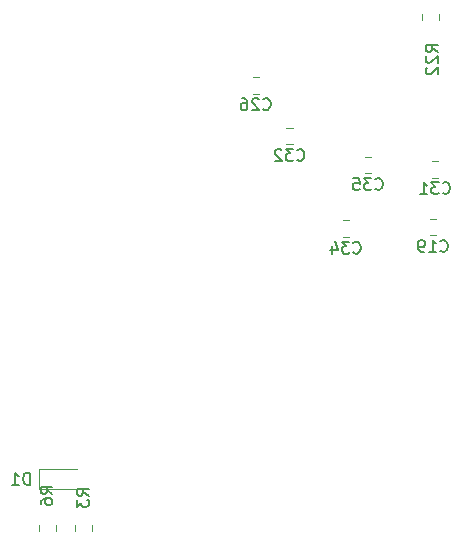
<source format=gbr>
%TF.GenerationSoftware,KiCad,Pcbnew,5.1.6-c6e7f7d~86~ubuntu16.04.1*%
%TF.CreationDate,2021-01-12T06:27:11+00:00*%
%TF.ProjectId,fx502p-minimal-sd,66783530-3270-42d6-9d69-6e696d616c2d,rev?*%
%TF.SameCoordinates,Original*%
%TF.FileFunction,Legend,Bot*%
%TF.FilePolarity,Positive*%
%FSLAX46Y46*%
G04 Gerber Fmt 4.6, Leading zero omitted, Abs format (unit mm)*
G04 Created by KiCad (PCBNEW 5.1.6-c6e7f7d~86~ubuntu16.04.1) date 2021-01-12 06:27:11*
%MOMM*%
%LPD*%
G01*
G04 APERTURE LIST*
%ADD10C,0.120000*%
%ADD11C,0.150000*%
G04 APERTURE END LIST*
D10*
%TO.C,R22*%
X57610000Y-52661252D02*
X57610000Y-52138748D01*
X56190000Y-52661252D02*
X56190000Y-52138748D01*
%TO.C,D1*%
X23800000Y-92350000D02*
X23800000Y-90650000D01*
X23800000Y-90650000D02*
X26950000Y-90650000D01*
X23800000Y-92350000D02*
X26950000Y-92350000D01*
%TO.C,R6*%
X23790000Y-95441422D02*
X23790000Y-95958578D01*
X25210000Y-95441422D02*
X25210000Y-95958578D01*
%TO.C,R3*%
X26790000Y-95441422D02*
X26790000Y-95958578D01*
X28210000Y-95441422D02*
X28210000Y-95958578D01*
%TO.C,C35*%
X51338748Y-65660000D02*
X51861252Y-65660000D01*
X51338748Y-64240000D02*
X51861252Y-64240000D01*
%TO.C,C34*%
X49463749Y-71045001D02*
X49986253Y-71045001D01*
X49463749Y-69625001D02*
X49986253Y-69625001D01*
%TO.C,C32*%
X44713749Y-63195001D02*
X45236253Y-63195001D01*
X44713749Y-61775001D02*
X45236253Y-61775001D01*
%TO.C,C31*%
X57038748Y-66010000D02*
X57561252Y-66010000D01*
X57038748Y-64590000D02*
X57561252Y-64590000D01*
%TO.C,C26*%
X41838748Y-58910000D02*
X42361252Y-58910000D01*
X41838748Y-57490000D02*
X42361252Y-57490000D01*
%TO.C,C19*%
X56838748Y-70910000D02*
X57361252Y-70910000D01*
X56838748Y-69490000D02*
X57361252Y-69490000D01*
%TO.C,R22*%
D11*
X57502380Y-55357142D02*
X57026190Y-55023809D01*
X57502380Y-54785714D02*
X56502380Y-54785714D01*
X56502380Y-55166666D01*
X56550000Y-55261904D01*
X56597619Y-55309523D01*
X56692857Y-55357142D01*
X56835714Y-55357142D01*
X56930952Y-55309523D01*
X56978571Y-55261904D01*
X57026190Y-55166666D01*
X57026190Y-54785714D01*
X56597619Y-55738095D02*
X56550000Y-55785714D01*
X56502380Y-55880952D01*
X56502380Y-56119047D01*
X56550000Y-56214285D01*
X56597619Y-56261904D01*
X56692857Y-56309523D01*
X56788095Y-56309523D01*
X56930952Y-56261904D01*
X57502380Y-55690476D01*
X57502380Y-56309523D01*
X56597619Y-56690476D02*
X56550000Y-56738095D01*
X56502380Y-56833333D01*
X56502380Y-57071428D01*
X56550000Y-57166666D01*
X56597619Y-57214285D01*
X56692857Y-57261904D01*
X56788095Y-57261904D01*
X56930952Y-57214285D01*
X57502380Y-56642857D01*
X57502380Y-57261904D01*
%TO.C,D1*%
X22988095Y-92002380D02*
X22988095Y-91002380D01*
X22750000Y-91002380D01*
X22607142Y-91050000D01*
X22511904Y-91145238D01*
X22464285Y-91240476D01*
X22416666Y-91430952D01*
X22416666Y-91573809D01*
X22464285Y-91764285D01*
X22511904Y-91859523D01*
X22607142Y-91954761D01*
X22750000Y-92002380D01*
X22988095Y-92002380D01*
X21464285Y-92002380D02*
X22035714Y-92002380D01*
X21750000Y-92002380D02*
X21750000Y-91002380D01*
X21845238Y-91145238D01*
X21940476Y-91240476D01*
X22035714Y-91288095D01*
%TO.C,R6*%
X24902380Y-92783333D02*
X24426190Y-92450000D01*
X24902380Y-92211904D02*
X23902380Y-92211904D01*
X23902380Y-92592857D01*
X23950000Y-92688095D01*
X23997619Y-92735714D01*
X24092857Y-92783333D01*
X24235714Y-92783333D01*
X24330952Y-92735714D01*
X24378571Y-92688095D01*
X24426190Y-92592857D01*
X24426190Y-92211904D01*
X23902380Y-93640476D02*
X23902380Y-93450000D01*
X23950000Y-93354761D01*
X23997619Y-93307142D01*
X24140476Y-93211904D01*
X24330952Y-93164285D01*
X24711904Y-93164285D01*
X24807142Y-93211904D01*
X24854761Y-93259523D01*
X24902380Y-93354761D01*
X24902380Y-93545238D01*
X24854761Y-93640476D01*
X24807142Y-93688095D01*
X24711904Y-93735714D01*
X24473809Y-93735714D01*
X24378571Y-93688095D01*
X24330952Y-93640476D01*
X24283333Y-93545238D01*
X24283333Y-93354761D01*
X24330952Y-93259523D01*
X24378571Y-93211904D01*
X24473809Y-93164285D01*
%TO.C,R3*%
X27952380Y-92933333D02*
X27476190Y-92600000D01*
X27952380Y-92361904D02*
X26952380Y-92361904D01*
X26952380Y-92742857D01*
X27000000Y-92838095D01*
X27047619Y-92885714D01*
X27142857Y-92933333D01*
X27285714Y-92933333D01*
X27380952Y-92885714D01*
X27428571Y-92838095D01*
X27476190Y-92742857D01*
X27476190Y-92361904D01*
X26952380Y-93266666D02*
X26952380Y-93885714D01*
X27333333Y-93552380D01*
X27333333Y-93695238D01*
X27380952Y-93790476D01*
X27428571Y-93838095D01*
X27523809Y-93885714D01*
X27761904Y-93885714D01*
X27857142Y-93838095D01*
X27904761Y-93790476D01*
X27952380Y-93695238D01*
X27952380Y-93409523D01*
X27904761Y-93314285D01*
X27857142Y-93266666D01*
%TO.C,C35*%
X52242857Y-66957142D02*
X52290476Y-67004761D01*
X52433333Y-67052380D01*
X52528571Y-67052380D01*
X52671428Y-67004761D01*
X52766666Y-66909523D01*
X52814285Y-66814285D01*
X52861904Y-66623809D01*
X52861904Y-66480952D01*
X52814285Y-66290476D01*
X52766666Y-66195238D01*
X52671428Y-66100000D01*
X52528571Y-66052380D01*
X52433333Y-66052380D01*
X52290476Y-66100000D01*
X52242857Y-66147619D01*
X51909523Y-66052380D02*
X51290476Y-66052380D01*
X51623809Y-66433333D01*
X51480952Y-66433333D01*
X51385714Y-66480952D01*
X51338095Y-66528571D01*
X51290476Y-66623809D01*
X51290476Y-66861904D01*
X51338095Y-66957142D01*
X51385714Y-67004761D01*
X51480952Y-67052380D01*
X51766666Y-67052380D01*
X51861904Y-67004761D01*
X51909523Y-66957142D01*
X50385714Y-66052380D02*
X50861904Y-66052380D01*
X50909523Y-66528571D01*
X50861904Y-66480952D01*
X50766666Y-66433333D01*
X50528571Y-66433333D01*
X50433333Y-66480952D01*
X50385714Y-66528571D01*
X50338095Y-66623809D01*
X50338095Y-66861904D01*
X50385714Y-66957142D01*
X50433333Y-67004761D01*
X50528571Y-67052380D01*
X50766666Y-67052380D01*
X50861904Y-67004761D01*
X50909523Y-66957142D01*
%TO.C,C34*%
X50367858Y-72342143D02*
X50415477Y-72389762D01*
X50558334Y-72437381D01*
X50653572Y-72437381D01*
X50796429Y-72389762D01*
X50891667Y-72294524D01*
X50939286Y-72199286D01*
X50986905Y-72008810D01*
X50986905Y-71865953D01*
X50939286Y-71675477D01*
X50891667Y-71580239D01*
X50796429Y-71485001D01*
X50653572Y-71437381D01*
X50558334Y-71437381D01*
X50415477Y-71485001D01*
X50367858Y-71532620D01*
X50034524Y-71437381D02*
X49415477Y-71437381D01*
X49748810Y-71818334D01*
X49605953Y-71818334D01*
X49510715Y-71865953D01*
X49463096Y-71913572D01*
X49415477Y-72008810D01*
X49415477Y-72246905D01*
X49463096Y-72342143D01*
X49510715Y-72389762D01*
X49605953Y-72437381D01*
X49891667Y-72437381D01*
X49986905Y-72389762D01*
X50034524Y-72342143D01*
X48558334Y-71770715D02*
X48558334Y-72437381D01*
X48796429Y-71389762D02*
X49034524Y-72104048D01*
X48415477Y-72104048D01*
%TO.C,C32*%
X45617858Y-64492143D02*
X45665477Y-64539762D01*
X45808334Y-64587381D01*
X45903572Y-64587381D01*
X46046429Y-64539762D01*
X46141667Y-64444524D01*
X46189286Y-64349286D01*
X46236905Y-64158810D01*
X46236905Y-64015953D01*
X46189286Y-63825477D01*
X46141667Y-63730239D01*
X46046429Y-63635001D01*
X45903572Y-63587381D01*
X45808334Y-63587381D01*
X45665477Y-63635001D01*
X45617858Y-63682620D01*
X45284524Y-63587381D02*
X44665477Y-63587381D01*
X44998810Y-63968334D01*
X44855953Y-63968334D01*
X44760715Y-64015953D01*
X44713096Y-64063572D01*
X44665477Y-64158810D01*
X44665477Y-64396905D01*
X44713096Y-64492143D01*
X44760715Y-64539762D01*
X44855953Y-64587381D01*
X45141667Y-64587381D01*
X45236905Y-64539762D01*
X45284524Y-64492143D01*
X44284524Y-63682620D02*
X44236905Y-63635001D01*
X44141667Y-63587381D01*
X43903572Y-63587381D01*
X43808334Y-63635001D01*
X43760715Y-63682620D01*
X43713096Y-63777858D01*
X43713096Y-63873096D01*
X43760715Y-64015953D01*
X44332143Y-64587381D01*
X43713096Y-64587381D01*
%TO.C,C31*%
X57942857Y-67307142D02*
X57990476Y-67354761D01*
X58133333Y-67402380D01*
X58228571Y-67402380D01*
X58371428Y-67354761D01*
X58466666Y-67259523D01*
X58514285Y-67164285D01*
X58561904Y-66973809D01*
X58561904Y-66830952D01*
X58514285Y-66640476D01*
X58466666Y-66545238D01*
X58371428Y-66450000D01*
X58228571Y-66402380D01*
X58133333Y-66402380D01*
X57990476Y-66450000D01*
X57942857Y-66497619D01*
X57609523Y-66402380D02*
X56990476Y-66402380D01*
X57323809Y-66783333D01*
X57180952Y-66783333D01*
X57085714Y-66830952D01*
X57038095Y-66878571D01*
X56990476Y-66973809D01*
X56990476Y-67211904D01*
X57038095Y-67307142D01*
X57085714Y-67354761D01*
X57180952Y-67402380D01*
X57466666Y-67402380D01*
X57561904Y-67354761D01*
X57609523Y-67307142D01*
X56038095Y-67402380D02*
X56609523Y-67402380D01*
X56323809Y-67402380D02*
X56323809Y-66402380D01*
X56419047Y-66545238D01*
X56514285Y-66640476D01*
X56609523Y-66688095D01*
%TO.C,C26*%
X42742857Y-60207142D02*
X42790476Y-60254761D01*
X42933333Y-60302380D01*
X43028571Y-60302380D01*
X43171428Y-60254761D01*
X43266666Y-60159523D01*
X43314285Y-60064285D01*
X43361904Y-59873809D01*
X43361904Y-59730952D01*
X43314285Y-59540476D01*
X43266666Y-59445238D01*
X43171428Y-59350000D01*
X43028571Y-59302380D01*
X42933333Y-59302380D01*
X42790476Y-59350000D01*
X42742857Y-59397619D01*
X42361904Y-59397619D02*
X42314285Y-59350000D01*
X42219047Y-59302380D01*
X41980952Y-59302380D01*
X41885714Y-59350000D01*
X41838095Y-59397619D01*
X41790476Y-59492857D01*
X41790476Y-59588095D01*
X41838095Y-59730952D01*
X42409523Y-60302380D01*
X41790476Y-60302380D01*
X40933333Y-59302380D02*
X41123809Y-59302380D01*
X41219047Y-59350000D01*
X41266666Y-59397619D01*
X41361904Y-59540476D01*
X41409523Y-59730952D01*
X41409523Y-60111904D01*
X41361904Y-60207142D01*
X41314285Y-60254761D01*
X41219047Y-60302380D01*
X41028571Y-60302380D01*
X40933333Y-60254761D01*
X40885714Y-60207142D01*
X40838095Y-60111904D01*
X40838095Y-59873809D01*
X40885714Y-59778571D01*
X40933333Y-59730952D01*
X41028571Y-59683333D01*
X41219047Y-59683333D01*
X41314285Y-59730952D01*
X41361904Y-59778571D01*
X41409523Y-59873809D01*
%TO.C,C19*%
X57742857Y-72207142D02*
X57790476Y-72254761D01*
X57933333Y-72302380D01*
X58028571Y-72302380D01*
X58171428Y-72254761D01*
X58266666Y-72159523D01*
X58314285Y-72064285D01*
X58361904Y-71873809D01*
X58361904Y-71730952D01*
X58314285Y-71540476D01*
X58266666Y-71445238D01*
X58171428Y-71350000D01*
X58028571Y-71302380D01*
X57933333Y-71302380D01*
X57790476Y-71350000D01*
X57742857Y-71397619D01*
X56790476Y-72302380D02*
X57361904Y-72302380D01*
X57076190Y-72302380D02*
X57076190Y-71302380D01*
X57171428Y-71445238D01*
X57266666Y-71540476D01*
X57361904Y-71588095D01*
X56314285Y-72302380D02*
X56123809Y-72302380D01*
X56028571Y-72254761D01*
X55980952Y-72207142D01*
X55885714Y-72064285D01*
X55838095Y-71873809D01*
X55838095Y-71492857D01*
X55885714Y-71397619D01*
X55933333Y-71350000D01*
X56028571Y-71302380D01*
X56219047Y-71302380D01*
X56314285Y-71350000D01*
X56361904Y-71397619D01*
X56409523Y-71492857D01*
X56409523Y-71730952D01*
X56361904Y-71826190D01*
X56314285Y-71873809D01*
X56219047Y-71921428D01*
X56028571Y-71921428D01*
X55933333Y-71873809D01*
X55885714Y-71826190D01*
X55838095Y-71730952D01*
%TD*%
M02*

</source>
